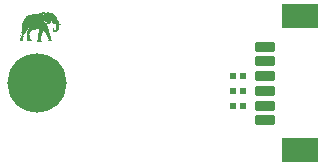
<source format=gbs>
G04*
G04 #@! TF.GenerationSoftware,Altium Limited,Altium Designer,20.0.13 (296)*
G04*
G04 Layer_Color=16711935*
%FSLAX25Y25*%
%MOIN*%
G70*
G01*
G75*
%ADD15R,0.01929X0.02126*%
%ADD16C,0.19764*%
%ADD22R,0.11890X0.08346*%
G04:AMPARAMS|DCode=23|XSize=63.78mil|YSize=32.68mil|CornerRadius=3.58mil|HoleSize=0mil|Usage=FLASHONLY|Rotation=180.000|XOffset=0mil|YOffset=0mil|HoleType=Round|Shape=RoundedRectangle|*
%AMROUNDEDRECTD23*
21,1,0.06378,0.02551,0,0,180.0*
21,1,0.05661,0.03268,0,0,180.0*
1,1,0.00717,-0.02831,0.01276*
1,1,0.00717,0.02831,0.01276*
1,1,0.00717,0.02831,-0.01276*
1,1,0.00717,-0.02831,-0.01276*
%
%ADD23ROUNDEDRECTD23*%
G36*
X18033Y53130D02*
X18299D01*
Y53064D01*
X18831D01*
Y53130D01*
X19497D01*
Y53064D01*
X20163D01*
Y52997D01*
X20562D01*
Y52931D01*
X20829D01*
Y52864D01*
X20895D01*
Y52797D01*
X21028D01*
Y52731D01*
X21161D01*
Y52664D01*
X21228D01*
Y52598D01*
X21295D01*
Y52531D01*
X21361D01*
Y52465D01*
X21428D01*
Y52398D01*
X21494D01*
Y52331D01*
X21561D01*
Y52265D01*
Y52198D01*
X21494D01*
Y52132D01*
Y52065D01*
X21561D01*
Y52132D01*
X21627D01*
Y52198D01*
X21694D01*
Y52132D01*
Y52065D01*
X21761D01*
Y51999D01*
Y51932D01*
X21894D01*
Y51865D01*
X21827D01*
Y51799D01*
X21960D01*
Y51732D01*
X22027D01*
Y51666D01*
Y51599D01*
Y51533D01*
X22093D01*
Y51466D01*
X22160D01*
Y51399D01*
Y51333D01*
X22227D01*
Y51266D01*
Y51200D01*
Y51133D01*
X22293D01*
Y51067D01*
Y51000D01*
X22360D01*
Y50933D01*
Y50867D01*
X22426D01*
Y50800D01*
Y50734D01*
X22493D01*
Y50667D01*
X22559D01*
Y50601D01*
Y50534D01*
X22626D01*
Y50467D01*
Y50401D01*
X22693D01*
Y50334D01*
X22759D01*
Y50268D01*
X22693D01*
Y50201D01*
X22759D01*
Y50135D01*
X22826D01*
Y50068D01*
Y50001D01*
Y49935D01*
X22892D01*
Y49868D01*
Y49802D01*
Y49735D01*
X22959D01*
Y49669D01*
Y49602D01*
Y49535D01*
Y49469D01*
Y49402D01*
X23025D01*
Y49336D01*
Y49269D01*
X23891D01*
Y49203D01*
X23824D01*
Y49136D01*
X23691D01*
Y49069D01*
X23425D01*
Y49003D01*
X23824D01*
Y48936D01*
X23758D01*
Y48870D01*
X23691D01*
Y48936D01*
X23625D01*
Y48870D01*
X23558D01*
Y48803D01*
X23092D01*
Y48737D01*
Y48670D01*
Y48603D01*
Y48537D01*
Y48470D01*
Y48404D01*
Y48337D01*
Y48271D01*
Y48204D01*
Y48137D01*
X23025D01*
Y48071D01*
Y48004D01*
Y47938D01*
Y47871D01*
X22959D01*
Y47805D01*
X22892D01*
Y47738D01*
X22959D01*
Y47671D01*
X22892D01*
Y47605D01*
X22826D01*
Y47538D01*
X22759D01*
Y47472D01*
X22826D01*
Y47405D01*
X22759D01*
Y47339D01*
Y47272D01*
X22693D01*
Y47339D01*
X22626D01*
Y47272D01*
X22693D01*
Y47205D01*
Y47139D01*
X22626D01*
Y47072D01*
X22559D01*
Y47006D01*
Y46939D01*
X22493D01*
Y46873D01*
X22360D01*
Y46806D01*
Y46739D01*
X22227D01*
Y46673D01*
X22160D01*
Y46606D01*
X22027D01*
Y46540D01*
X21827D01*
Y46473D01*
X21494D01*
Y46540D01*
X21295D01*
Y46606D01*
X21161D01*
Y46673D01*
X21095D01*
Y46739D01*
X21028D01*
Y46806D01*
X20962D01*
Y46873D01*
Y46939D01*
Y47006D01*
X20895D01*
Y47072D01*
Y47139D01*
X20829D01*
Y47205D01*
Y47272D01*
Y47339D01*
Y47405D01*
X20895D01*
Y47472D01*
X20962D01*
Y47538D01*
X20895D01*
Y47605D01*
X20962D01*
Y47671D01*
Y47738D01*
X21028D01*
Y47805D01*
X21095D01*
Y47871D01*
X21161D01*
Y47938D01*
X21361D01*
Y47871D01*
X21428D01*
Y47805D01*
Y47738D01*
X21361D01*
Y47671D01*
X21428D01*
Y47605D01*
Y47538D01*
X21361D01*
Y47472D01*
X21295D01*
Y47405D01*
Y47339D01*
Y47272D01*
X21361D01*
Y47205D01*
X21494D01*
Y47139D01*
X21694D01*
Y47205D01*
X21827D01*
Y47272D01*
X21894D01*
Y47339D01*
X21960D01*
Y47405D01*
Y47472D01*
Y47538D01*
X22027D01*
Y47605D01*
X22093D01*
Y47671D01*
X22027D01*
Y47738D01*
X22093D01*
Y47805D01*
Y47871D01*
Y47938D01*
Y48004D01*
Y48071D01*
Y48137D01*
Y48204D01*
Y48271D01*
Y48337D01*
Y48404D01*
Y48470D01*
Y48537D01*
X22160D01*
Y48603D01*
X22093D01*
Y48670D01*
Y48737D01*
X22027D01*
Y48803D01*
Y48870D01*
X21960D01*
Y48936D01*
Y49003D01*
Y49069D01*
X21894D01*
Y49136D01*
Y49203D01*
X21827D01*
Y49269D01*
Y49336D01*
X21761D01*
Y49402D01*
X21361D01*
Y49336D01*
X21161D01*
Y49402D01*
X21095D01*
Y49469D01*
X20962D01*
Y49535D01*
X20895D01*
Y49602D01*
X20762D01*
Y49669D01*
X20296D01*
Y49602D01*
X20229D01*
Y49535D01*
X20096D01*
Y49469D01*
Y49402D01*
X19897D01*
Y49336D01*
Y49269D01*
X19763D01*
Y49203D01*
X19630D01*
Y49269D01*
X19564D01*
Y49203D01*
X19431D01*
Y49269D01*
X19297D01*
Y49336D01*
X19164D01*
Y49402D01*
X19031D01*
Y49469D01*
Y49535D01*
X18965D01*
Y49469D01*
X18898D01*
Y49535D01*
X18831D01*
Y49602D01*
X18765D01*
Y49669D01*
Y49735D01*
X18831D01*
Y49802D01*
X18698D01*
Y49735D01*
Y49669D01*
X18632D01*
Y49735D01*
X18565D01*
Y49802D01*
X18499D01*
Y49868D01*
X18432D01*
Y49935D01*
X18365D01*
Y50001D01*
X18299D01*
Y50068D01*
X18232D01*
Y50135D01*
X18166D01*
Y50201D01*
Y50268D01*
X18099D01*
Y50334D01*
X18033D01*
Y50401D01*
X17966D01*
Y50467D01*
Y50534D01*
X17899D01*
Y50601D01*
X17833D01*
Y50667D01*
Y50734D01*
X17766D01*
Y50667D01*
Y50601D01*
X17833D01*
Y50534D01*
Y50467D01*
X17899D01*
Y50401D01*
Y50334D01*
X17966D01*
Y50268D01*
X18033D01*
Y50201D01*
X18099D01*
Y50135D01*
Y50068D01*
X18166D01*
Y50001D01*
X18232D01*
Y49935D01*
X18299D01*
Y49868D01*
X18365D01*
Y49802D01*
X18432D01*
Y49735D01*
X18565D01*
Y49669D01*
X18632D01*
Y49602D01*
X18698D01*
Y49535D01*
X18765D01*
Y49469D01*
X18898D01*
Y49402D01*
X18965D01*
Y49336D01*
Y49269D01*
X19098D01*
Y49203D01*
Y49136D01*
Y49069D01*
Y49003D01*
Y48936D01*
Y48870D01*
Y48803D01*
Y48737D01*
X19164D01*
Y48670D01*
Y48603D01*
Y48537D01*
Y48470D01*
Y48404D01*
Y48337D01*
Y48271D01*
Y48204D01*
X19231D01*
Y48137D01*
X19297D01*
Y48071D01*
Y48004D01*
Y47938D01*
X19364D01*
Y47871D01*
Y47805D01*
X19431D01*
Y47738D01*
Y47671D01*
Y47605D01*
Y47538D01*
Y47472D01*
X19497D01*
Y47405D01*
Y47339D01*
Y47272D01*
X19564D01*
Y47205D01*
Y47139D01*
X19497D01*
Y47072D01*
X19564D01*
Y47006D01*
X19630D01*
Y46939D01*
Y46873D01*
X19564D01*
Y46806D01*
X19630D01*
Y46739D01*
Y46673D01*
X19697D01*
Y46606D01*
Y46540D01*
Y46473D01*
X19763D01*
Y46407D01*
Y46340D01*
Y46273D01*
Y46207D01*
X19830D01*
Y46140D01*
Y46074D01*
Y46007D01*
X19897D01*
Y45941D01*
X19830D01*
Y45874D01*
X19897D01*
Y45807D01*
X19963D01*
Y45741D01*
Y45674D01*
Y45608D01*
X20030D01*
Y45541D01*
Y45475D01*
Y45408D01*
X20096D01*
Y45341D01*
X20030D01*
Y45275D01*
X20096D01*
Y45208D01*
Y45142D01*
X20163D01*
Y45075D01*
X20096D01*
Y45009D01*
X20163D01*
Y44942D01*
Y44875D01*
Y44809D01*
Y44742D01*
Y44676D01*
X20229D01*
Y44609D01*
Y44543D01*
Y44476D01*
X20296D01*
Y44409D01*
Y44343D01*
X20363D01*
Y44276D01*
Y44210D01*
X20429D01*
Y44143D01*
Y44077D01*
X20496D01*
Y44010D01*
X20562D01*
Y43943D01*
Y43877D01*
X20629D01*
Y43810D01*
X20695D01*
Y43744D01*
X20762D01*
Y43677D01*
Y43611D01*
X20695D01*
Y43544D01*
X20496D01*
Y43477D01*
X19897D01*
Y43411D01*
X19830D01*
Y43477D01*
X19364D01*
Y43544D01*
Y43611D01*
X19297D01*
Y43677D01*
Y43744D01*
Y43810D01*
Y43877D01*
X19364D01*
Y43943D01*
Y44010D01*
X19431D01*
Y44077D01*
X19497D01*
Y44143D01*
Y44210D01*
X19431D01*
Y44276D01*
Y44343D01*
Y44409D01*
X19364D01*
Y44476D01*
Y44543D01*
Y44609D01*
X19297D01*
Y44676D01*
Y44742D01*
Y44809D01*
X19231D01*
Y44875D01*
Y44942D01*
X19164D01*
Y45009D01*
Y45075D01*
X19098D01*
Y45142D01*
Y45208D01*
X19031D01*
Y45275D01*
Y45341D01*
X18965D01*
Y45408D01*
X18898D01*
Y45475D01*
Y45541D01*
X18831D01*
Y45608D01*
X18898D01*
Y45674D01*
X18765D01*
Y45741D01*
Y45807D01*
Y45874D01*
X18632D01*
Y45941D01*
Y46007D01*
X18565D01*
Y46074D01*
Y46140D01*
X18499D01*
Y46207D01*
X18432D01*
Y46273D01*
X18565D01*
Y46340D01*
X18365D01*
Y46407D01*
X18299D01*
Y46473D01*
Y46540D01*
X18232D01*
Y46606D01*
X18166D01*
Y46673D01*
X18099D01*
Y46739D01*
X18033D01*
Y46806D01*
X17966D01*
Y46873D01*
X17899D01*
Y46939D01*
X17833D01*
Y47006D01*
X17766D01*
Y47072D01*
X17700D01*
Y47139D01*
X17633D01*
Y47205D01*
X17567D01*
Y47272D01*
Y47339D01*
X17500D01*
Y47405D01*
X17433D01*
Y47472D01*
Y47538D01*
X17367D01*
Y47605D01*
X17300D01*
Y47671D01*
Y47738D01*
X17234D01*
Y47805D01*
Y47871D01*
X17167D01*
Y47938D01*
Y48004D01*
X17101D01*
Y47938D01*
Y47871D01*
X17167D01*
Y47805D01*
Y47738D01*
X17234D01*
Y47671D01*
Y47605D01*
X17300D01*
Y47538D01*
Y47472D01*
X17367D01*
Y47405D01*
X17433D01*
Y47339D01*
Y47272D01*
X17500D01*
Y47205D01*
X17567D01*
Y47139D01*
Y47072D01*
X17633D01*
Y47006D01*
Y46939D01*
Y46873D01*
Y46806D01*
X17567D01*
Y46739D01*
Y46673D01*
Y46606D01*
X17500D01*
Y46540D01*
Y46473D01*
Y46407D01*
X17433D01*
Y46340D01*
Y46273D01*
X17367D01*
Y46207D01*
Y46140D01*
Y46074D01*
X17300D01*
Y46007D01*
Y45941D01*
Y45874D01*
X17234D01*
Y45807D01*
Y45741D01*
Y45674D01*
Y45608D01*
X17167D01*
Y45541D01*
Y45475D01*
Y45408D01*
Y45341D01*
X17101D01*
Y45275D01*
Y45208D01*
Y45142D01*
X17034D01*
Y45075D01*
Y45009D01*
X16967D01*
Y44942D01*
Y44875D01*
Y44809D01*
X16901D01*
Y44742D01*
Y44676D01*
X16834D01*
Y44609D01*
Y44543D01*
Y44476D01*
Y44409D01*
Y44343D01*
X16768D01*
Y44276D01*
Y44210D01*
X16834D01*
Y44143D01*
Y44077D01*
Y44010D01*
X16901D01*
Y43943D01*
X16967D01*
Y43877D01*
X17034D01*
Y43810D01*
X17101D01*
Y43744D01*
X17167D01*
Y43677D01*
Y43611D01*
X17234D01*
Y43544D01*
Y43477D01*
Y43411D01*
X17101D01*
Y43344D01*
X16235D01*
Y43411D01*
X16035D01*
Y43344D01*
X15703D01*
Y43411D01*
X15636D01*
Y43477D01*
Y43544D01*
Y43611D01*
Y43677D01*
X15703D01*
Y43744D01*
Y43810D01*
X15769D01*
Y43877D01*
X15902D01*
Y43943D01*
Y44010D01*
Y44077D01*
X15969D01*
Y44143D01*
X15902D01*
Y44210D01*
Y44276D01*
Y44343D01*
Y44409D01*
Y44476D01*
Y44543D01*
Y44609D01*
Y44676D01*
Y44742D01*
Y44809D01*
Y44875D01*
X15969D01*
Y44942D01*
Y45009D01*
Y45075D01*
Y45142D01*
Y45208D01*
Y45275D01*
Y45341D01*
Y45408D01*
X16035D01*
Y45475D01*
Y45541D01*
Y45608D01*
Y45674D01*
Y45741D01*
X16102D01*
Y45807D01*
Y45874D01*
Y45941D01*
Y46007D01*
Y46074D01*
Y46140D01*
X16169D01*
Y46207D01*
Y46273D01*
Y46340D01*
Y46407D01*
Y46473D01*
Y46540D01*
Y46606D01*
Y46673D01*
Y46739D01*
Y46806D01*
Y46873D01*
Y46939D01*
X16235D01*
Y47006D01*
X16169D01*
Y47072D01*
Y47139D01*
Y47205D01*
Y47272D01*
Y47339D01*
Y47405D01*
Y47472D01*
Y47538D01*
X16102D01*
Y47605D01*
Y47671D01*
Y47738D01*
X15969D01*
Y47671D01*
X15836D01*
Y47605D01*
X15703D01*
Y47538D01*
X15569D01*
Y47472D01*
X15370D01*
Y47405D01*
X15170D01*
Y47339D01*
X14837D01*
Y47272D01*
X14704D01*
Y47339D01*
X14504D01*
Y47272D01*
X14038D01*
Y47339D01*
X13972D01*
Y47272D01*
X14038D01*
Y47205D01*
X13905D01*
Y47139D01*
Y47072D01*
X13839D01*
Y47006D01*
X13772D01*
Y46939D01*
X13705D01*
Y46873D01*
X13639D01*
Y46806D01*
X13572D01*
Y46739D01*
X13506D01*
Y46673D01*
X13439D01*
Y46606D01*
X13373D01*
Y46540D01*
Y46473D01*
X13306D01*
Y46407D01*
Y46340D01*
Y46273D01*
X13239D01*
Y46207D01*
Y46140D01*
X13173D01*
Y46074D01*
Y46007D01*
Y45941D01*
X13106D01*
Y45874D01*
Y45807D01*
Y45741D01*
Y45674D01*
X13173D01*
Y45608D01*
Y45541D01*
Y45475D01*
Y45408D01*
Y45341D01*
Y45275D01*
Y45208D01*
Y45142D01*
Y45075D01*
Y45009D01*
Y44942D01*
Y44875D01*
Y44809D01*
Y44742D01*
Y44676D01*
Y44609D01*
X13239D01*
Y44543D01*
Y44476D01*
Y44409D01*
X13306D01*
Y44343D01*
Y44276D01*
X13373D01*
Y44210D01*
X13439D01*
Y44143D01*
X13506D01*
Y44077D01*
X13572D01*
Y44010D01*
X13639D01*
Y43943D01*
X13705D01*
Y43877D01*
X13772D01*
Y43810D01*
X13839D01*
Y43744D01*
Y43677D01*
Y43611D01*
X13772D01*
Y43544D01*
X12307D01*
Y43611D01*
X12174D01*
Y43677D01*
Y43744D01*
Y43810D01*
Y43877D01*
Y43943D01*
Y44010D01*
Y44077D01*
Y44143D01*
Y44210D01*
Y44276D01*
Y44343D01*
Y44409D01*
Y44476D01*
Y44543D01*
X12241D01*
Y44609D01*
Y44676D01*
Y44742D01*
Y44809D01*
Y44875D01*
X12307D01*
Y44942D01*
Y45009D01*
Y45075D01*
Y45142D01*
Y45208D01*
Y45275D01*
Y45341D01*
Y45408D01*
Y45475D01*
Y45541D01*
Y45608D01*
Y45674D01*
Y45741D01*
Y45807D01*
Y45874D01*
Y45941D01*
X12241D01*
Y46007D01*
Y46074D01*
Y46140D01*
Y46207D01*
Y46273D01*
Y46340D01*
Y46407D01*
X12174D01*
Y46473D01*
X12108D01*
Y46540D01*
X12041D01*
Y46606D01*
X12108D01*
Y46673D01*
X12174D01*
Y46739D01*
X12241D01*
Y46806D01*
X12307D01*
Y46873D01*
X12374D01*
Y46939D01*
Y47006D01*
X12441D01*
Y47072D01*
X12574D01*
Y47139D01*
Y47205D01*
Y47272D01*
X12507D01*
Y47205D01*
X12441D01*
Y47139D01*
X12374D01*
Y47072D01*
X12307D01*
Y47006D01*
Y46939D01*
X12241D01*
Y46873D01*
X12174D01*
Y46939D01*
X12041D01*
Y46873D01*
X12174D01*
Y46806D01*
X12108D01*
Y46739D01*
X12041D01*
Y46673D01*
X11975D01*
Y46606D01*
Y46540D01*
X11908D01*
Y46473D01*
X11841D01*
Y46407D01*
X11775D01*
Y46340D01*
X11708D01*
Y46273D01*
Y46207D01*
X11642D01*
Y46140D01*
X11575D01*
Y46074D01*
Y46007D01*
X11508D01*
Y45941D01*
Y45874D01*
X11375D01*
Y45807D01*
X11442D01*
Y45741D01*
X11375D01*
Y45674D01*
X11309D01*
Y45608D01*
Y45541D01*
Y45475D01*
X11242D01*
Y45408D01*
Y45341D01*
X11176D01*
Y45275D01*
Y45208D01*
X11109D01*
Y45142D01*
X11176D01*
Y45075D01*
X11109D01*
Y45009D01*
Y44942D01*
Y44875D01*
Y44809D01*
X11043D01*
Y44875D01*
X10976D01*
Y44809D01*
X11043D01*
Y44742D01*
Y44676D01*
Y44609D01*
Y44543D01*
X10976D01*
Y44476D01*
Y44409D01*
Y44343D01*
X10909D01*
Y44276D01*
Y44210D01*
Y44143D01*
X10843D01*
Y44077D01*
X10909D01*
Y44010D01*
Y43943D01*
Y43877D01*
X10976D01*
Y43810D01*
X10909D01*
Y43877D01*
X10843D01*
Y43810D01*
X10909D01*
Y43744D01*
Y43677D01*
Y43611D01*
X10776D01*
Y43544D01*
X10710D01*
Y43611D01*
X10111D01*
Y43677D01*
X10044D01*
Y43744D01*
X9977D01*
Y43810D01*
Y43877D01*
X9911D01*
Y43943D01*
Y44010D01*
Y44077D01*
Y44143D01*
Y44210D01*
Y44276D01*
X9977D01*
Y44343D01*
Y44409D01*
X10044D01*
Y44476D01*
X10111D01*
Y44543D01*
X10177D01*
Y44609D01*
X10244D01*
Y44543D01*
X10310D01*
Y44609D01*
X10244D01*
Y44676D01*
Y44742D01*
Y44809D01*
Y44875D01*
X10310D01*
Y44942D01*
Y45009D01*
Y45075D01*
X10377D01*
Y45142D01*
Y45208D01*
X10443D01*
Y45275D01*
Y45341D01*
X10310D01*
Y45275D01*
X10244D01*
Y45341D01*
Y45408D01*
X10111D01*
Y45475D01*
Y45541D01*
X10177D01*
Y45608D01*
Y45674D01*
Y45741D01*
Y45807D01*
Y45874D01*
X10244D01*
Y45941D01*
Y46007D01*
Y46074D01*
X10310D01*
Y46140D01*
Y46207D01*
Y46273D01*
Y46340D01*
X10377D01*
Y46407D01*
Y46473D01*
Y46540D01*
X10443D01*
Y46606D01*
Y46673D01*
Y46739D01*
X10510D01*
Y46806D01*
Y46873D01*
Y46939D01*
Y47006D01*
X10577D01*
Y46939D01*
X10643D01*
Y46873D01*
Y46806D01*
Y46739D01*
Y46673D01*
X10577D01*
Y46606D01*
Y46540D01*
Y46473D01*
Y46407D01*
X10510D01*
Y46340D01*
Y46273D01*
Y46207D01*
X10443D01*
Y46140D01*
Y46074D01*
Y46007D01*
Y45941D01*
Y45874D01*
Y45807D01*
Y45741D01*
Y45674D01*
Y45608D01*
Y45541D01*
Y45475D01*
X10377D01*
Y45408D01*
X10510D01*
Y45475D01*
Y45541D01*
Y45608D01*
X10577D01*
Y45674D01*
Y45741D01*
Y45807D01*
Y45874D01*
X10643D01*
Y45941D01*
Y46007D01*
Y46074D01*
Y46140D01*
Y46207D01*
X10710D01*
Y46273D01*
Y46340D01*
Y46407D01*
Y46473D01*
Y46540D01*
Y46606D01*
Y46673D01*
Y46739D01*
Y46806D01*
Y46873D01*
Y46939D01*
Y47006D01*
X10643D01*
Y47072D01*
X10577D01*
Y47139D01*
Y47205D01*
Y47272D01*
X10643D01*
Y47339D01*
Y47405D01*
Y47472D01*
Y47538D01*
Y47605D01*
Y47671D01*
Y47738D01*
Y47805D01*
X10710D01*
Y47871D01*
Y47938D01*
Y48004D01*
Y48071D01*
Y48137D01*
Y48204D01*
Y48271D01*
X10776D01*
Y48337D01*
Y48404D01*
Y48470D01*
Y48537D01*
Y48603D01*
Y48670D01*
Y48737D01*
Y48803D01*
Y48870D01*
Y48936D01*
Y49003D01*
Y49069D01*
Y49136D01*
Y49203D01*
Y49269D01*
Y49336D01*
Y49402D01*
Y49469D01*
Y49535D01*
X10843D01*
Y49602D01*
Y49669D01*
Y49735D01*
Y49802D01*
Y49868D01*
X10909D01*
Y49935D01*
Y50001D01*
X10976D01*
Y50068D01*
Y50135D01*
Y50201D01*
X11043D01*
Y50268D01*
X11109D01*
Y50334D01*
Y50401D01*
X11176D01*
Y50467D01*
Y50534D01*
X11309D01*
Y50601D01*
Y50667D01*
Y50734D01*
X11375D01*
Y50800D01*
X11442D01*
Y50867D01*
X11575D01*
Y50933D01*
X11508D01*
Y51000D01*
X11575D01*
Y51067D01*
X11642D01*
Y51133D01*
Y51200D01*
X11708D01*
Y51266D01*
X11775D01*
Y51333D01*
Y51399D01*
X11841D01*
Y51466D01*
X11908D01*
Y51533D01*
X11975D01*
Y51466D01*
X12041D01*
Y51533D01*
X11975D01*
Y51599D01*
Y51666D01*
X12041D01*
Y51732D01*
X12108D01*
Y51799D01*
X12174D01*
Y51865D01*
X12241D01*
Y51932D01*
X12441D01*
Y51999D01*
Y52065D01*
X12507D01*
Y51999D01*
X12574D01*
Y52065D01*
Y52132D01*
X12707D01*
Y52198D01*
X12840D01*
Y52265D01*
X13106D01*
Y52331D01*
X13306D01*
Y52265D01*
X13373D01*
Y52331D01*
X13306D01*
Y52398D01*
X13839D01*
Y52465D01*
X15436D01*
Y52531D01*
X15769D01*
Y52598D01*
X15969D01*
Y52664D01*
X16169D01*
Y52731D01*
X16368D01*
Y52797D01*
X16635D01*
Y52864D01*
X16834D01*
Y52931D01*
X17101D01*
Y52997D01*
X17234D01*
Y53064D01*
X17433D01*
Y53130D01*
X17500D01*
Y53064D01*
X17567D01*
Y53130D01*
X17633D01*
Y53064D01*
X17700D01*
Y53130D01*
X17633D01*
Y53197D01*
X18033D01*
Y53130D01*
D02*
G37*
%LPC*%
G36*
X18365Y52797D02*
X18299D01*
Y52731D01*
X18365D01*
Y52664D01*
X18432D01*
Y52731D01*
X18365D01*
Y52797D01*
D02*
G37*
G36*
Y52664D02*
X18299D01*
Y52598D01*
X18365D01*
Y52664D01*
D02*
G37*
G36*
X18299Y52598D02*
X18232D01*
Y52531D01*
X18299D01*
Y52598D01*
D02*
G37*
G36*
X18166D02*
X17966D01*
Y52531D01*
X18166D01*
Y52598D01*
D02*
G37*
G36*
X17966Y52531D02*
X17766D01*
Y52465D01*
X17633D01*
Y52398D01*
X17500D01*
Y52331D01*
X17433D01*
Y52265D01*
X17367D01*
Y52198D01*
X17300D01*
Y52132D01*
Y52065D01*
Y51999D01*
Y51932D01*
Y51865D01*
Y51799D01*
Y51732D01*
Y51666D01*
Y51599D01*
X17367D01*
Y51533D01*
Y51466D01*
Y51399D01*
Y51333D01*
X17433D01*
Y51266D01*
Y51200D01*
Y51133D01*
X17500D01*
Y51200D01*
Y51266D01*
Y51333D01*
X17433D01*
Y51399D01*
Y51466D01*
Y51533D01*
Y51599D01*
Y51666D01*
X17367D01*
Y51732D01*
Y51799D01*
Y51865D01*
Y51932D01*
Y51999D01*
Y52065D01*
Y52132D01*
X17433D01*
Y52198D01*
X17500D01*
Y52132D01*
X17567D01*
Y52198D01*
X17500D01*
Y52265D01*
X17633D01*
Y52331D01*
X17700D01*
Y52398D01*
X17833D01*
Y52465D01*
X17966D01*
Y52531D01*
D02*
G37*
G36*
X12441Y51865D02*
X12374D01*
Y51799D01*
X12441D01*
Y51865D01*
D02*
G37*
G36*
X20895Y51799D02*
X20829D01*
Y51732D01*
X20895D01*
Y51666D01*
X21095D01*
Y51599D01*
X21161D01*
Y51666D01*
X21228D01*
Y51732D01*
X20895D01*
Y51799D01*
D02*
G37*
G36*
X21161Y51932D02*
X20962D01*
Y51865D01*
X21161D01*
Y51799D01*
X21228D01*
Y51732D01*
X21295D01*
Y51666D01*
Y51599D01*
Y51533D01*
X21361D01*
Y51599D01*
Y51666D01*
Y51732D01*
X21295D01*
Y51799D01*
X21228D01*
Y51865D01*
X21161D01*
Y51932D01*
D02*
G37*
G36*
X17234Y51666D02*
X17167D01*
Y51599D01*
Y51533D01*
X17300D01*
Y51599D01*
X17234D01*
Y51666D01*
D02*
G37*
G36*
X17567Y51067D02*
X17500D01*
Y51000D01*
X17567D01*
Y51067D01*
D02*
G37*
G36*
X17766Y50867D02*
X17700D01*
Y50800D01*
X17766D01*
Y50867D01*
D02*
G37*
G36*
X20629Y50800D02*
X20562D01*
Y50734D01*
X20629D01*
Y50800D01*
D02*
G37*
G36*
X20695Y50601D02*
X20629D01*
Y50534D01*
Y50467D01*
Y50401D01*
X20695D01*
Y50467D01*
Y50534D01*
Y50601D01*
D02*
G37*
G36*
X20496Y50135D02*
X20429D01*
Y50068D01*
X20496D01*
Y50135D01*
D02*
G37*
G36*
X20629Y50268D02*
X20562D01*
Y50201D01*
Y50135D01*
Y50068D01*
X20629D01*
Y50001D01*
X20695D01*
Y50068D01*
X20629D01*
Y50135D01*
Y50201D01*
Y50268D01*
D02*
G37*
G36*
X20562Y50001D02*
X20496D01*
Y49935D01*
Y49868D01*
X20562D01*
Y49935D01*
Y50001D01*
D02*
G37*
G36*
X20496Y49868D02*
X20429D01*
Y49802D01*
Y49735D01*
X20496D01*
Y49802D01*
Y49868D01*
D02*
G37*
G36*
X21228Y49469D02*
X21161D01*
Y49402D01*
X21228D01*
Y49469D01*
D02*
G37*
G36*
X18765D02*
X18698D01*
Y49402D01*
X18765D01*
Y49469D01*
D02*
G37*
G36*
X19830Y49402D02*
X19763D01*
Y49336D01*
X19830D01*
Y49402D01*
D02*
G37*
G36*
X12973Y48537D02*
X12907D01*
Y48470D01*
X12973D01*
Y48537D01*
D02*
G37*
G36*
X17034Y48337D02*
X16967D01*
Y48271D01*
X17034D01*
Y48337D01*
D02*
G37*
G36*
X17101Y48137D02*
X17034D01*
Y48071D01*
X17101D01*
Y48137D01*
D02*
G37*
G36*
X12973Y48271D02*
X12907D01*
Y48204D01*
Y48137D01*
Y48071D01*
X12973D01*
Y48137D01*
Y48204D01*
Y48271D01*
D02*
G37*
G36*
X21361Y47871D02*
X21228D01*
Y47805D01*
X21361D01*
Y47871D01*
D02*
G37*
G36*
X12840Y48071D02*
X12773D01*
Y48004D01*
X12840D01*
Y47938D01*
Y47871D01*
Y47805D01*
X12907D01*
Y47871D01*
Y47938D01*
Y48004D01*
X12840D01*
Y48071D01*
D02*
G37*
G36*
X21361Y47671D02*
X21295D01*
Y47605D01*
X21361D01*
Y47671D01*
D02*
G37*
G36*
X19431Y47472D02*
X19364D01*
Y47405D01*
X19431D01*
Y47472D01*
D02*
G37*
G36*
X12840Y47805D02*
X12773D01*
Y47738D01*
Y47671D01*
X12707D01*
Y47605D01*
Y47538D01*
X12640D01*
Y47472D01*
Y47405D01*
X12574D01*
Y47339D01*
Y47272D01*
X12640D01*
Y47339D01*
X12707D01*
Y47405D01*
Y47472D01*
X12773D01*
Y47538D01*
Y47605D01*
X12840D01*
Y47671D01*
Y47738D01*
Y47805D01*
D02*
G37*
G36*
X21295Y47272D02*
X21228D01*
Y47205D01*
X21295D01*
Y47272D01*
D02*
G37*
G36*
X18965Y45741D02*
X18898D01*
Y45674D01*
X18965D01*
Y45741D01*
D02*
G37*
G36*
X19963Y45608D02*
X19897D01*
Y45541D01*
X19963D01*
Y45608D01*
D02*
G37*
G36*
X11176Y45475D02*
X11109D01*
Y45408D01*
X11176D01*
Y45475D01*
D02*
G37*
G36*
X10577Y45341D02*
X10510D01*
Y45275D01*
X10577D01*
Y45341D01*
D02*
G37*
G36*
X10909Y44476D02*
X10843D01*
Y44409D01*
X10909D01*
Y44476D01*
D02*
G37*
G36*
X10377Y43744D02*
X10310D01*
Y43677D01*
X10377D01*
Y43744D01*
D02*
G37*
%LPD*%
D15*
X84370Y31931D02*
D03*
X80984D02*
D03*
X84370Y22088D02*
D03*
X80984D02*
D03*
X84370Y27009D02*
D03*
X80984D02*
D03*
D16*
X15748Y29528D02*
D03*
D22*
X103150Y51813D02*
D03*
Y7128D02*
D03*
D23*
X91732Y36852D02*
D03*
Y41773D02*
D03*
Y31931D02*
D03*
Y22088D02*
D03*
Y27009D02*
D03*
Y17167D02*
D03*
M02*

</source>
